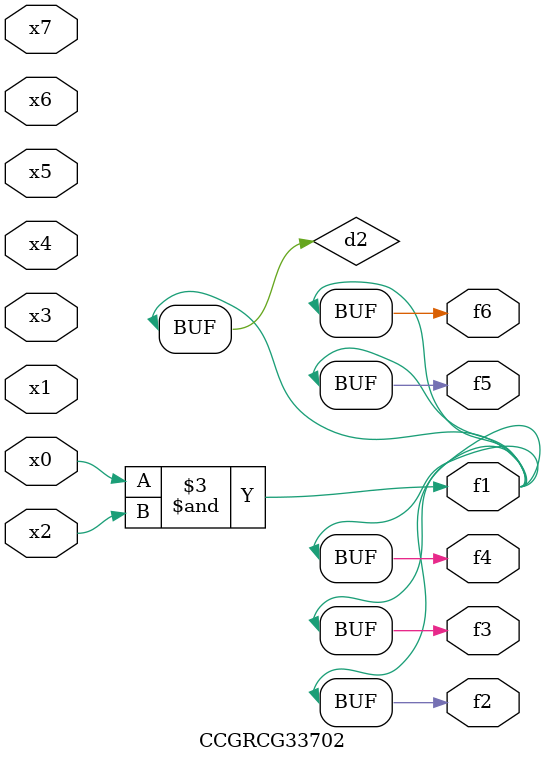
<source format=v>
module CCGRCG33702(
	input x0, x1, x2, x3, x4, x5, x6, x7,
	output f1, f2, f3, f4, f5, f6
);

	wire d1, d2;

	nor (d1, x3, x6);
	and (d2, x0, x2);
	assign f1 = d2;
	assign f2 = d2;
	assign f3 = d2;
	assign f4 = d2;
	assign f5 = d2;
	assign f6 = d2;
endmodule

</source>
